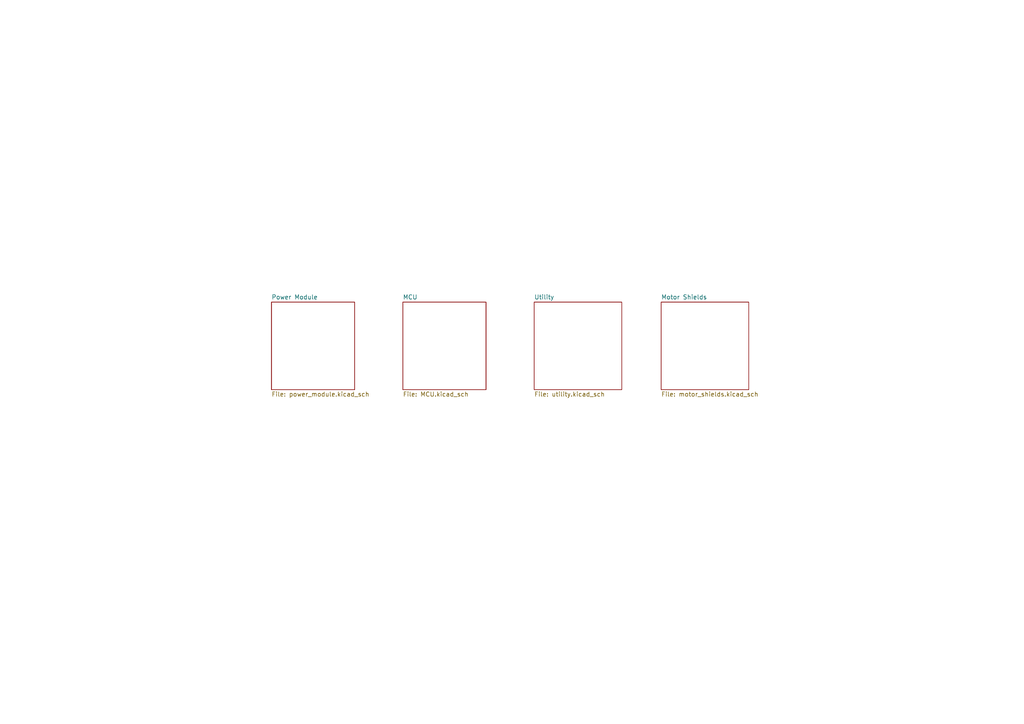
<source format=kicad_sch>
(kicad_sch (version 20230121) (generator eeschema)
  (paper "A4")
  (title_block (title "RBC by UGS") (date "2023-09-06") (rev "2.0"))
  (lib_symbols)
  (sheet (at 154.94 87.63) (size 25.4 25.4) (stroke (width 0.1524))
    (property "Sheetname" "Utility" (at 154.94 86.9184 0) (effects (justify left bottom)))
    (property "Sheetfile" "utility.kicad_sch" (at 154.94 113.6146 0) (effects (justify left top)))
  )
  (sheet (at 78.74 87.63) (size 24.13 25.4) (stroke (width 0.1524))
    (property "Sheetname" "Power Module" (at 78.74 86.9184 0) (effects (justify left bottom)))
    (property "Sheetfile" "power_module.kicad_sch" (at 78.74 113.6146 0) (effects (justify left top)))
  )
  (sheet (at 116.84 87.63) (size 24.13 25.4) (stroke (width 0.1524))
    (property "Sheetname" "MCU" (at 116.84 86.9184 0) (effects (justify left bottom)))
    (property "Sheetfile" "MCU.kicad_sch" (at 116.84 113.6146 0) (effects (justify left top)))
  )
  (sheet (at 191.77 87.63) (size 25.4 25.4) (stroke (width 0.1524))
    (property "Sheetname" "Motor Shields" (at 191.77 86.9184 0) (effects (justify left bottom)))
    (property "Sheetfile" "motor_shields.kicad_sch" (at 191.77 113.6146 0) (effects (justify left top)))
  )
)
</source>
